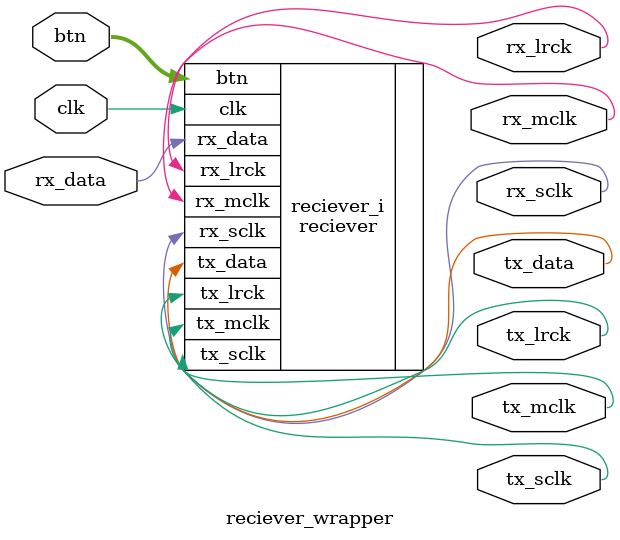
<source format=v>
`timescale 1 ps / 1 ps

module reciever_wrapper
   (btn,
    clk,
    rx_data,
    rx_lrck,
    rx_mclk,
    rx_sclk,
    tx_data,
    tx_lrck,
    tx_mclk,
    tx_sclk);
  input [1:0]btn;
  input clk;
  input rx_data;
  output rx_lrck;
  output rx_mclk;
  output rx_sclk;
  output tx_data;
  output tx_lrck;
  output tx_mclk;
  output tx_sclk;

  wire [1:0]btn;
  wire clk;
  wire rx_data;
  wire rx_lrck;
  wire rx_mclk;
  wire rx_sclk;
  wire tx_data;
  wire tx_lrck;
  wire tx_mclk;
  wire tx_sclk;

  reciever reciever_i
       (.btn(btn),
        .clk(clk),
        .rx_data(rx_data),
        .rx_lrck(rx_lrck),
        .rx_mclk(rx_mclk),
        .rx_sclk(rx_sclk),
        .tx_data(tx_data),
        .tx_lrck(tx_lrck),
        .tx_mclk(tx_mclk),
        .tx_sclk(tx_sclk));
endmodule

</source>
